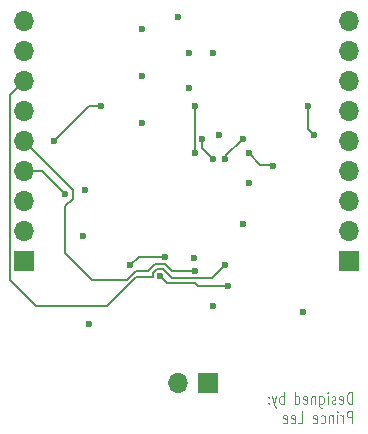
<source format=gbr>
%TF.GenerationSoftware,KiCad,Pcbnew,8.0.3*%
%TF.CreationDate,2024-07-01T13:41:45+02:00*%
%TF.ProjectId,ESP8266,45535038-3236-4362-9e6b-696361645f70,rev?*%
%TF.SameCoordinates,Original*%
%TF.FileFunction,Legend,Bot*%
%TF.FilePolarity,Positive*%
%FSLAX46Y46*%
G04 Gerber Fmt 4.6, Leading zero omitted, Abs format (unit mm)*
G04 Created by KiCad (PCBNEW 8.0.3) date 2024-07-01 13:41:45*
%MOMM*%
%LPD*%
G01*
G04 APERTURE LIST*
%ADD10C,0.100000*%
%TA.AperFunction,ComponentPad*%
%ADD11R,1.700000X1.700000*%
%TD*%
%TA.AperFunction,ComponentPad*%
%ADD12O,1.700000X1.700000*%
%TD*%
%TA.AperFunction,ViaPad*%
%ADD13C,0.600000*%
%TD*%
%TA.AperFunction,Conductor*%
%ADD14C,0.200000*%
%TD*%
G04 APERTURE END LIST*
D10*
X142750544Y-115262475D02*
X142750544Y-114262475D01*
X142750544Y-114262475D02*
X142566877Y-114262475D01*
X142566877Y-114262475D02*
X142456677Y-114310094D01*
X142456677Y-114310094D02*
X142383211Y-114405332D01*
X142383211Y-114405332D02*
X142346477Y-114500570D01*
X142346477Y-114500570D02*
X142309744Y-114691046D01*
X142309744Y-114691046D02*
X142309744Y-114833903D01*
X142309744Y-114833903D02*
X142346477Y-115024379D01*
X142346477Y-115024379D02*
X142383211Y-115119617D01*
X142383211Y-115119617D02*
X142456677Y-115214856D01*
X142456677Y-115214856D02*
X142566877Y-115262475D01*
X142566877Y-115262475D02*
X142750544Y-115262475D01*
X141685277Y-115214856D02*
X141758744Y-115262475D01*
X141758744Y-115262475D02*
X141905677Y-115262475D01*
X141905677Y-115262475D02*
X141979144Y-115214856D01*
X141979144Y-115214856D02*
X142015877Y-115119617D01*
X142015877Y-115119617D02*
X142015877Y-114738665D01*
X142015877Y-114738665D02*
X141979144Y-114643427D01*
X141979144Y-114643427D02*
X141905677Y-114595808D01*
X141905677Y-114595808D02*
X141758744Y-114595808D01*
X141758744Y-114595808D02*
X141685277Y-114643427D01*
X141685277Y-114643427D02*
X141648544Y-114738665D01*
X141648544Y-114738665D02*
X141648544Y-114833903D01*
X141648544Y-114833903D02*
X142015877Y-114929141D01*
X141354677Y-115214856D02*
X141281211Y-115262475D01*
X141281211Y-115262475D02*
X141134277Y-115262475D01*
X141134277Y-115262475D02*
X141060811Y-115214856D01*
X141060811Y-115214856D02*
X141024077Y-115119617D01*
X141024077Y-115119617D02*
X141024077Y-115071998D01*
X141024077Y-115071998D02*
X141060811Y-114976760D01*
X141060811Y-114976760D02*
X141134277Y-114929141D01*
X141134277Y-114929141D02*
X141244477Y-114929141D01*
X141244477Y-114929141D02*
X141317944Y-114881522D01*
X141317944Y-114881522D02*
X141354677Y-114786284D01*
X141354677Y-114786284D02*
X141354677Y-114738665D01*
X141354677Y-114738665D02*
X141317944Y-114643427D01*
X141317944Y-114643427D02*
X141244477Y-114595808D01*
X141244477Y-114595808D02*
X141134277Y-114595808D01*
X141134277Y-114595808D02*
X141060811Y-114643427D01*
X140693477Y-115262475D02*
X140693477Y-114595808D01*
X140693477Y-114262475D02*
X140730210Y-114310094D01*
X140730210Y-114310094D02*
X140693477Y-114357713D01*
X140693477Y-114357713D02*
X140656744Y-114310094D01*
X140656744Y-114310094D02*
X140693477Y-114262475D01*
X140693477Y-114262475D02*
X140693477Y-114357713D01*
X139995544Y-114595808D02*
X139995544Y-115405332D01*
X139995544Y-115405332D02*
X140032277Y-115500570D01*
X140032277Y-115500570D02*
X140069011Y-115548189D01*
X140069011Y-115548189D02*
X140142477Y-115595808D01*
X140142477Y-115595808D02*
X140252677Y-115595808D01*
X140252677Y-115595808D02*
X140326144Y-115548189D01*
X139995544Y-115214856D02*
X140069011Y-115262475D01*
X140069011Y-115262475D02*
X140215944Y-115262475D01*
X140215944Y-115262475D02*
X140289411Y-115214856D01*
X140289411Y-115214856D02*
X140326144Y-115167236D01*
X140326144Y-115167236D02*
X140362877Y-115071998D01*
X140362877Y-115071998D02*
X140362877Y-114786284D01*
X140362877Y-114786284D02*
X140326144Y-114691046D01*
X140326144Y-114691046D02*
X140289411Y-114643427D01*
X140289411Y-114643427D02*
X140215944Y-114595808D01*
X140215944Y-114595808D02*
X140069011Y-114595808D01*
X140069011Y-114595808D02*
X139995544Y-114643427D01*
X139628211Y-114595808D02*
X139628211Y-115262475D01*
X139628211Y-114691046D02*
X139591478Y-114643427D01*
X139591478Y-114643427D02*
X139518011Y-114595808D01*
X139518011Y-114595808D02*
X139407811Y-114595808D01*
X139407811Y-114595808D02*
X139334344Y-114643427D01*
X139334344Y-114643427D02*
X139297611Y-114738665D01*
X139297611Y-114738665D02*
X139297611Y-115262475D01*
X138636411Y-115214856D02*
X138709878Y-115262475D01*
X138709878Y-115262475D02*
X138856811Y-115262475D01*
X138856811Y-115262475D02*
X138930278Y-115214856D01*
X138930278Y-115214856D02*
X138967011Y-115119617D01*
X138967011Y-115119617D02*
X138967011Y-114738665D01*
X138967011Y-114738665D02*
X138930278Y-114643427D01*
X138930278Y-114643427D02*
X138856811Y-114595808D01*
X138856811Y-114595808D02*
X138709878Y-114595808D01*
X138709878Y-114595808D02*
X138636411Y-114643427D01*
X138636411Y-114643427D02*
X138599678Y-114738665D01*
X138599678Y-114738665D02*
X138599678Y-114833903D01*
X138599678Y-114833903D02*
X138967011Y-114929141D01*
X137938478Y-115262475D02*
X137938478Y-114262475D01*
X137938478Y-115214856D02*
X138011945Y-115262475D01*
X138011945Y-115262475D02*
X138158878Y-115262475D01*
X138158878Y-115262475D02*
X138232345Y-115214856D01*
X138232345Y-115214856D02*
X138269078Y-115167236D01*
X138269078Y-115167236D02*
X138305811Y-115071998D01*
X138305811Y-115071998D02*
X138305811Y-114786284D01*
X138305811Y-114786284D02*
X138269078Y-114691046D01*
X138269078Y-114691046D02*
X138232345Y-114643427D01*
X138232345Y-114643427D02*
X138158878Y-114595808D01*
X138158878Y-114595808D02*
X138011945Y-114595808D01*
X138011945Y-114595808D02*
X137938478Y-114643427D01*
X136983412Y-115262475D02*
X136983412Y-114262475D01*
X136983412Y-114643427D02*
X136909945Y-114595808D01*
X136909945Y-114595808D02*
X136763012Y-114595808D01*
X136763012Y-114595808D02*
X136689545Y-114643427D01*
X136689545Y-114643427D02*
X136652812Y-114691046D01*
X136652812Y-114691046D02*
X136616079Y-114786284D01*
X136616079Y-114786284D02*
X136616079Y-115071998D01*
X136616079Y-115071998D02*
X136652812Y-115167236D01*
X136652812Y-115167236D02*
X136689545Y-115214856D01*
X136689545Y-115214856D02*
X136763012Y-115262475D01*
X136763012Y-115262475D02*
X136909945Y-115262475D01*
X136909945Y-115262475D02*
X136983412Y-115214856D01*
X136358946Y-114595808D02*
X136175279Y-115262475D01*
X135991612Y-114595808D02*
X136175279Y-115262475D01*
X136175279Y-115262475D02*
X136248746Y-115500570D01*
X136248746Y-115500570D02*
X136285479Y-115548189D01*
X136285479Y-115548189D02*
X136358946Y-115595808D01*
X135697746Y-115167236D02*
X135661013Y-115214856D01*
X135661013Y-115214856D02*
X135697746Y-115262475D01*
X135697746Y-115262475D02*
X135734479Y-115214856D01*
X135734479Y-115214856D02*
X135697746Y-115167236D01*
X135697746Y-115167236D02*
X135697746Y-115262475D01*
X135697746Y-114643427D02*
X135661013Y-114691046D01*
X135661013Y-114691046D02*
X135697746Y-114738665D01*
X135697746Y-114738665D02*
X135734479Y-114691046D01*
X135734479Y-114691046D02*
X135697746Y-114643427D01*
X135697746Y-114643427D02*
X135697746Y-114738665D01*
X142750544Y-116872419D02*
X142750544Y-115872419D01*
X142750544Y-115872419D02*
X142456677Y-115872419D01*
X142456677Y-115872419D02*
X142383211Y-115920038D01*
X142383211Y-115920038D02*
X142346477Y-115967657D01*
X142346477Y-115967657D02*
X142309744Y-116062895D01*
X142309744Y-116062895D02*
X142309744Y-116205752D01*
X142309744Y-116205752D02*
X142346477Y-116300990D01*
X142346477Y-116300990D02*
X142383211Y-116348609D01*
X142383211Y-116348609D02*
X142456677Y-116396228D01*
X142456677Y-116396228D02*
X142750544Y-116396228D01*
X141979144Y-116872419D02*
X141979144Y-116205752D01*
X141979144Y-116396228D02*
X141942411Y-116300990D01*
X141942411Y-116300990D02*
X141905677Y-116253371D01*
X141905677Y-116253371D02*
X141832211Y-116205752D01*
X141832211Y-116205752D02*
X141758744Y-116205752D01*
X141501611Y-116872419D02*
X141501611Y-116205752D01*
X141501611Y-115872419D02*
X141538344Y-115920038D01*
X141538344Y-115920038D02*
X141501611Y-115967657D01*
X141501611Y-115967657D02*
X141464878Y-115920038D01*
X141464878Y-115920038D02*
X141501611Y-115872419D01*
X141501611Y-115872419D02*
X141501611Y-115967657D01*
X141134278Y-116205752D02*
X141134278Y-116872419D01*
X141134278Y-116300990D02*
X141097545Y-116253371D01*
X141097545Y-116253371D02*
X141024078Y-116205752D01*
X141024078Y-116205752D02*
X140913878Y-116205752D01*
X140913878Y-116205752D02*
X140840411Y-116253371D01*
X140840411Y-116253371D02*
X140803678Y-116348609D01*
X140803678Y-116348609D02*
X140803678Y-116872419D01*
X140105745Y-116824800D02*
X140179212Y-116872419D01*
X140179212Y-116872419D02*
X140326145Y-116872419D01*
X140326145Y-116872419D02*
X140399612Y-116824800D01*
X140399612Y-116824800D02*
X140436345Y-116777180D01*
X140436345Y-116777180D02*
X140473078Y-116681942D01*
X140473078Y-116681942D02*
X140473078Y-116396228D01*
X140473078Y-116396228D02*
X140436345Y-116300990D01*
X140436345Y-116300990D02*
X140399612Y-116253371D01*
X140399612Y-116253371D02*
X140326145Y-116205752D01*
X140326145Y-116205752D02*
X140179212Y-116205752D01*
X140179212Y-116205752D02*
X140105745Y-116253371D01*
X139481278Y-116824800D02*
X139554745Y-116872419D01*
X139554745Y-116872419D02*
X139701678Y-116872419D01*
X139701678Y-116872419D02*
X139775145Y-116824800D01*
X139775145Y-116824800D02*
X139811878Y-116729561D01*
X139811878Y-116729561D02*
X139811878Y-116348609D01*
X139811878Y-116348609D02*
X139775145Y-116253371D01*
X139775145Y-116253371D02*
X139701678Y-116205752D01*
X139701678Y-116205752D02*
X139554745Y-116205752D01*
X139554745Y-116205752D02*
X139481278Y-116253371D01*
X139481278Y-116253371D02*
X139444545Y-116348609D01*
X139444545Y-116348609D02*
X139444545Y-116443847D01*
X139444545Y-116443847D02*
X139811878Y-116539085D01*
X138158879Y-116872419D02*
X138526212Y-116872419D01*
X138526212Y-116872419D02*
X138526212Y-115872419D01*
X137607878Y-116824800D02*
X137681345Y-116872419D01*
X137681345Y-116872419D02*
X137828278Y-116872419D01*
X137828278Y-116872419D02*
X137901745Y-116824800D01*
X137901745Y-116824800D02*
X137938478Y-116729561D01*
X137938478Y-116729561D02*
X137938478Y-116348609D01*
X137938478Y-116348609D02*
X137901745Y-116253371D01*
X137901745Y-116253371D02*
X137828278Y-116205752D01*
X137828278Y-116205752D02*
X137681345Y-116205752D01*
X137681345Y-116205752D02*
X137607878Y-116253371D01*
X137607878Y-116253371D02*
X137571145Y-116348609D01*
X137571145Y-116348609D02*
X137571145Y-116443847D01*
X137571145Y-116443847D02*
X137938478Y-116539085D01*
X136946678Y-116824800D02*
X137020145Y-116872419D01*
X137020145Y-116872419D02*
X137167078Y-116872419D01*
X137167078Y-116872419D02*
X137240545Y-116824800D01*
X137240545Y-116824800D02*
X137277278Y-116729561D01*
X137277278Y-116729561D02*
X137277278Y-116348609D01*
X137277278Y-116348609D02*
X137240545Y-116253371D01*
X137240545Y-116253371D02*
X137167078Y-116205752D01*
X137167078Y-116205752D02*
X137020145Y-116205752D01*
X137020145Y-116205752D02*
X136946678Y-116253371D01*
X136946678Y-116253371D02*
X136909945Y-116348609D01*
X136909945Y-116348609D02*
X136909945Y-116443847D01*
X136909945Y-116443847D02*
X137277278Y-116539085D01*
D11*
%TO.P,J1,1,Pin_1*%
%TO.N,+3.3V*%
X115000000Y-103160000D03*
D12*
%TO.P,J1,2,Pin_2*%
%TO.N,/RST*%
X115000000Y-100620000D03*
%TO.P,J1,3,Pin_3*%
%TO.N,/U0RXD*%
X115000000Y-98080000D03*
%TO.P,J1,4,Pin_4*%
%TO.N,/U0TXD*%
X115000000Y-95540000D03*
%TO.P,J1,5,Pin_5*%
%TO.N,/ADC_IN*%
X115000000Y-93000000D03*
%TO.P,J1,6,Pin_6*%
%TO.N,/CHIP_EN*%
X115000000Y-90460000D03*
%TO.P,J1,7,Pin_7*%
%TO.N,/GPIO16*%
X115000000Y-87920000D03*
%TO.P,J1,8,Pin_8*%
%TO.N,/GPI05*%
X115000000Y-85380000D03*
%TO.P,J1,9,Pin_9*%
%TO.N,GND*%
X115000000Y-82840000D03*
%TD*%
D11*
%TO.P,J3,1,Pin_1*%
%TO.N,/ANT*%
X130540000Y-113500000D03*
D12*
%TO.P,J3,2,Pin_2*%
%TO.N,GND*%
X128000000Y-113500000D03*
%TD*%
D11*
%TO.P,J2,1,Pin_1*%
%TO.N,/GPIO14*%
X142500000Y-103120000D03*
D12*
%TO.P,J2,2,Pin_2*%
%TO.N,/GPIO12*%
X142500000Y-100580000D03*
%TO.P,J2,3,Pin_3*%
%TO.N,/GPIO13*%
X142500000Y-98040000D03*
%TO.P,J2,4,Pin_4*%
%TO.N,/GPIO15*%
X142500000Y-95500000D03*
%TO.P,J2,5,Pin_5*%
%TO.N,/GPIO2*%
X142500000Y-92960000D03*
%TO.P,J2,6,Pin_6*%
%TO.N,/GPIO0*%
X142500000Y-90420000D03*
%TO.P,J2,7,Pin_7*%
%TO.N,/GPIO4*%
X142500000Y-87880000D03*
%TO.P,J2,8,Pin_8*%
%TO.N,GND*%
X142500000Y-85340000D03*
%TO.P,J2,9,Pin_9*%
X142500000Y-82800000D03*
%TD*%
D13*
%TO.N,GND*%
X131500000Y-92500000D03*
X129000000Y-88500000D03*
X125000000Y-91500000D03*
X120000000Y-101000000D03*
X129420101Y-102900000D03*
X138637500Y-107500000D03*
X120500000Y-108500000D03*
X120155735Y-97155735D03*
X131000000Y-85500000D03*
X129000000Y-85500000D03*
%TO.N,/ADC_IN*%
X129500000Y-104000000D03*
%TO.N,/CHIP_EN*%
X126500000Y-104400000D03*
X132250000Y-105250000D03*
%TO.N,/GPIO16*%
X132000000Y-103500000D03*
%TO.N,/U0TXD*%
X118500000Y-97500000D03*
%TO.N,Net-(U1-RES12K)*%
X117500000Y-93000000D03*
X121500000Y-90000000D03*
%TO.N,Net-(U1-SD_CLK)*%
X139500000Y-92500000D03*
X136087108Y-95141422D03*
X139000000Y-90000000D03*
X134000000Y-93998114D03*
%TO.N,/SD_D3*%
X132000000Y-94500000D03*
X133500000Y-92798114D03*
%TO.N,/SD_D0*%
X129500000Y-90000000D03*
X129500000Y-94000000D03*
%TO.N,/SD_CMD*%
X130100000Y-92798114D03*
X131000000Y-94500000D03*
%TO.N,+3.3V*%
X125000000Y-83500000D03*
X128000000Y-82500000D03*
X131000000Y-107000000D03*
X134023198Y-96562466D03*
X124000000Y-103500000D03*
X125000000Y-87500000D03*
X126899681Y-102800000D03*
X133500000Y-100000000D03*
%TD*%
D14*
%TO.N,/ADC_IN*%
X125485785Y-104000000D02*
X124434314Y-104000000D01*
X119100000Y-97100000D02*
X115000000Y-93000000D01*
X119100000Y-97900000D02*
X119100000Y-97100000D01*
X118500000Y-102500000D02*
X120717157Y-104717157D01*
X118500000Y-98500000D02*
X119100000Y-97900000D01*
X126914215Y-103400000D02*
X126085785Y-103400000D01*
X124434314Y-104000000D02*
X123717157Y-104717157D01*
X126085785Y-103400000D02*
X125485785Y-104000000D01*
X120717157Y-104717157D02*
X123717157Y-104717157D01*
X127514215Y-104000000D02*
X126914215Y-103400000D01*
X118500000Y-102500000D02*
X118500000Y-98500000D01*
X129500000Y-104000000D02*
X127514215Y-104000000D01*
%TO.N,/CHIP_EN*%
X129750000Y-105250000D02*
X132250000Y-105250000D01*
X126500000Y-104400000D02*
X127100000Y-105000000D01*
X129500000Y-105000000D02*
X129750000Y-105250000D01*
X127100000Y-105000000D02*
X129500000Y-105000000D01*
%TO.N,/GPIO16*%
X113797919Y-89122081D02*
X113797919Y-104797919D01*
X122000000Y-107000000D02*
X124500000Y-104500000D01*
X126251471Y-103800000D02*
X126748529Y-103800000D01*
X124500000Y-104500000D02*
X125900000Y-104500000D01*
X116000000Y-107000000D02*
X122000000Y-107000000D01*
X130900000Y-104600000D02*
X132000000Y-103500000D01*
X127548529Y-104600000D02*
X130900000Y-104600000D01*
X126748529Y-103800000D02*
X127548529Y-104600000D01*
X115000000Y-87920000D02*
X113797919Y-89122081D01*
X125900000Y-104500000D02*
X125900000Y-104151471D01*
X113797919Y-104797919D02*
X116000000Y-107000000D01*
X125900000Y-104151471D02*
X126251471Y-103800000D01*
%TO.N,/U0TXD*%
X115000000Y-95540000D02*
X116540000Y-95540000D01*
X116540000Y-95540000D02*
X118500000Y-97500000D01*
%TO.N,Net-(U1-RES12K)*%
X120500000Y-90000000D02*
X117500000Y-93000000D01*
X121500000Y-90000000D02*
X120500000Y-90000000D01*
%TO.N,Net-(U1-SD_CLK)*%
X135001886Y-95000000D02*
X135945686Y-95000000D01*
X139000000Y-92000000D02*
X139500000Y-92500000D01*
X134000000Y-93998114D02*
X135001886Y-95000000D01*
X139000000Y-90000000D02*
X139000000Y-92000000D01*
X135945686Y-95000000D02*
X136087108Y-95141422D01*
%TO.N,/SD_D3*%
X132000000Y-94298114D02*
X132000000Y-94500000D01*
X133500000Y-92798114D02*
X132000000Y-94298114D01*
%TO.N,/SD_D0*%
X129500000Y-94000000D02*
X129500000Y-90000000D01*
%TO.N,/SD_CMD*%
X130100000Y-93600000D02*
X131000000Y-94500000D01*
X130100000Y-92798114D02*
X130100000Y-93600000D01*
%TO.N,+3.3V*%
X126899681Y-102800000D02*
X124700000Y-102800000D01*
X124700000Y-102800000D02*
X124000000Y-103500000D01*
%TD*%
M02*

</source>
